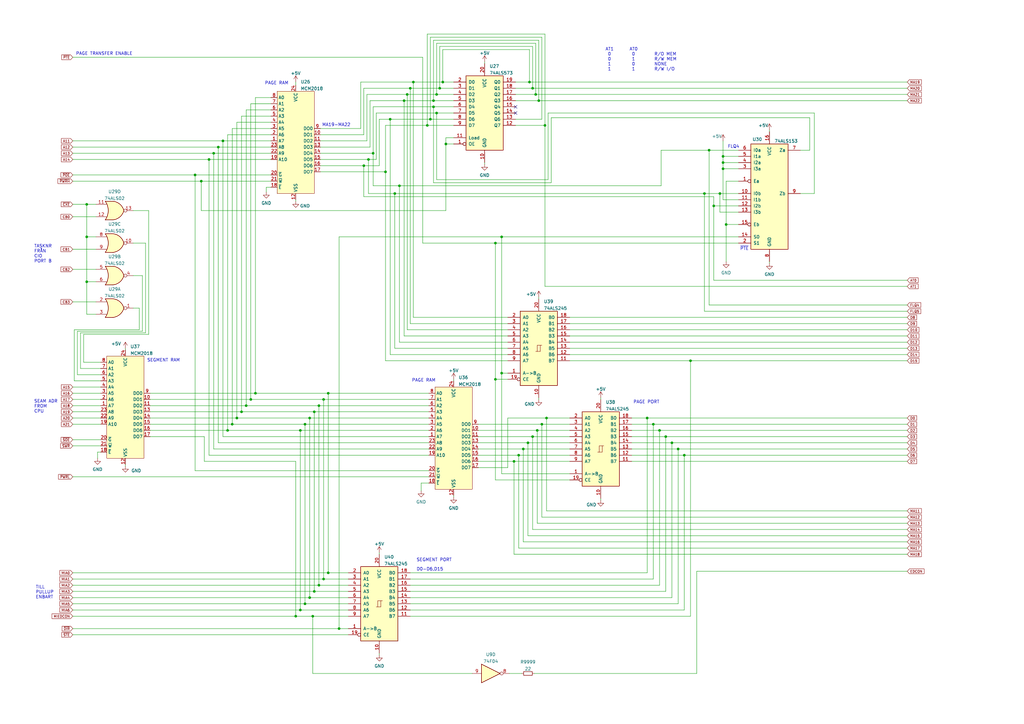
<source format=kicad_sch>
(kicad_sch (version 20211123) (generator eeschema)
  (paper "A3")
  (lib_symbols
    (symbol "74xx:74LS02" (pin_names (offset 1.016))
      (property "Reference" "U" (at 0 1.27 0))
      (property "Value" "74LS02" (at 0 -1.27 0))
      (symbol "74LS02_1_1"
        (pin output inverted (at 7.62 0 180) (length 3.81) (name "~") (number "1"))
        (pin input line (at -7.62 2.54 0) (length 4.318) (name "~") (number "2"))
        (pin input line (at -7.62 -2.54 0) (length 4.318) (name "~") (number "3"))
      )
      (symbol "74LS02_1_2"
        (pin output line (at 7.62 0 180) (length 3.81) (name "~") (number "1"))
        (pin input inverted (at -7.62 2.54 0) (length 3.81) (name "~") (number "2"))
        (pin input inverted (at -7.62 -2.54 0) (length 3.81) (name "~") (number "3"))
      )
      (symbol "74LS02_2_1"
        (pin output inverted (at 7.62 0 180) (length 3.81) (name "~") (number "4"))
        (pin input line (at -7.62 2.54 0) (length 4.318) (name "~") (number "5"))
        (pin input line (at -7.62 -2.54 0) (length 4.318) (name "~") (number "6"))
      )
      (symbol "74LS02_2_2"
        (pin output line (at 7.62 0 180) (length 3.81) (name "~") (number "4"))
        (pin input inverted (at -7.62 2.54 0) (length 3.81) (name "~") (number "5"))
        (pin input inverted (at -7.62 -2.54 0) (length 3.81) (name "~") (number "6"))
      )
      (symbol "74LS02_3_1"
        (pin output inverted (at 7.62 0 180) (length 3.81) (name "~") (number "10"))
        (pin input line (at -7.62 2.54 0) (length 4.318) (name "~") (number "8"))
        (pin input line (at -7.62 -2.54 0) (length 4.318) (name "~") (number "9"))
      )
      (symbol "74LS02_3_2"
        (pin output line (at 7.62 0 180) (length 3.81) (name "~") (number "10"))
        (pin input inverted (at -7.62 2.54 0) (length 3.81) (name "~") (number "8"))
        (pin input inverted (at -7.62 -2.54 0) (length 3.81) (name "~") (number "9"))
      )
      (symbol "74LS02_4_1"
        (pin input line (at -7.62 2.54 0) (length 4.318) (name "~") (number "11"))
        (pin input line (at -7.62 -2.54 0) (length 4.318) (name "~") (number "12"))
        (pin output inverted (at 7.62 0 180) (length 3.81) (name "~") (number "13"))
      )
      (symbol "74LS02_4_2"
        (pin input inverted (at -7.62 2.54 0) (length 3.81) (name "~") (number "11"))
        (pin input inverted (at -7.62 -2.54 0) (length 3.81) (name "~") (number "12"))
        (pin output line (at 7.62 0 180) (length 3.81) (name "~") (number "13"))
      )
      (symbol "74LS02_5_0"
        (pin power_in line (at 0 12.7 270) (length 5.08) (name "VCC") (number "14"))
        (pin power_in line (at 0 -12.7 90) (length 5.08) (name "GND") (number "7"))
      )
    )
    (symbol "74xx:74LS04"
      (property "Reference" "U" (at 0 1.27 0))
      (property "Value" "74LS04" (at 0 -1.27 0))
      (symbol "74LS04_1_0"
        (pin input line (at -7.62 0 0) (length 3.81) (name "~") (number "1"))
        (pin output inverted (at 7.62 0 180) (length 3.81) (name "~") (number "2"))
      )
      (symbol "74LS04_2_0"
        (pin input line (at -7.62 0 0) (length 3.81) (name "~") (number "3"))
        (pin output inverted (at 7.62 0 180) (length 3.81) (name "~") (number "4"))
      )
      (symbol "74LS04_3_0"
        (pin input line (at -7.62 0 0) (length 3.81) (name "~") (number "5"))
        (pin output inverted (at 7.62 0 180) (length 3.81) (name "~") (number "6"))
      )
      (symbol "74LS04_4_0"
        (pin output inverted (at 7.62 0 180) (length 3.81) (name "~") (number "8"))
        (pin input line (at -7.62 0 0) (length 3.81) (name "~") (number "9"))
      )
      (symbol "74LS04_5_0"
        (pin output inverted (at 7.62 0 180) (length 3.81) (name "~") (number "10"))
        (pin input line (at -7.62 0 0) (length 3.81) (name "~") (number "11"))
      )
      (symbol "74LS04_6_0"
        (pin output inverted (at 7.62 0 180) (length 3.81) (name "~") (number "12"))
        (pin input line (at -7.62 0 0) (length 3.81) (name "~") (number "13"))
      )
      (symbol "74LS04_7_0"
        (pin power_in line (at 0 12.7 270) (length 5.08) (name "VCC") (number "14"))
        (pin power_in line (at 0 -12.7 90) (length 5.08) (name "GND") (number "7"))
      )
    )
    (symbol "74xx:74LS153" (pin_names (offset 1.016))
      (property "Reference" "U" (at -7.62 21.59 0))
      (property "Value" "74LS153" (at -7.62 -24.13 0))
      (symbol "74LS153_1_0"
        (pin input inverted (at -12.7 5.08 0) (length 5.08) (name "Ea") (number "1"))
        (pin input line (at -12.7 0 0) (length 5.08) (name "I0b") (number "10"))
        (pin input line (at -12.7 -2.54 0) (length 5.08) (name "I1b") (number "11"))
        (pin input line (at -12.7 -5.08 0) (length 5.08) (name "I2b") (number "12"))
        (pin input line (at -12.7 -7.62 0) (length 5.08) (name "I3b") (number "13"))
        (pin input line (at -12.7 -17.78 0) (length 5.08) (name "S0") (number "14"))
        (pin input inverted (at -12.7 -12.7 0) (length 5.08) (name "Eb") (number "15"))
        (pin power_in line (at 0 25.4 270) (length 5.08) (name "VCC") (number "16"))
        (pin input line (at -12.7 -20.32 0) (length 5.08) (name "S1") (number "2"))
        (pin input line (at -12.7 10.16 0) (length 5.08) (name "I3a") (number "3"))
        (pin input line (at -12.7 12.7 0) (length 5.08) (name "I2a") (number "4"))
        (pin input line (at -12.7 15.24 0) (length 5.08) (name "I1a") (number "5"))
        (pin input line (at -12.7 17.78 0) (length 5.08) (name "I0a") (number "6"))
        (pin output line (at 12.7 17.78 180) (length 5.08) (name "Za") (number "7"))
        (pin power_in line (at 0 -27.94 90) (length 5.08) (name "GND") (number "8"))
        (pin output line (at 12.7 0 180) (length 5.08) (name "Zb") (number "9"))
      )
    )
    (symbol "74xx:74LS245" (pin_names (offset 1.016))
      (property "Reference" "U" (at -7.62 16.51 0))
      (property "Value" "74LS245" (at -7.62 -16.51 0))
      (symbol "74LS245_1_0"
        (pin input line (at -12.7 -10.16 0) (length 5.08) (name "A->B") (number "1"))
        (pin power_in line (at 0 -20.32 90) (length 5.08) (name "GND") (number "10"))
        (pin tri_state line (at 12.7 -5.08 180) (length 5.08) (name "B7") (number "11"))
        (pin tri_state line (at 12.7 -2.54 180) (length 5.08) (name "B6") (number "12"))
        (pin tri_state line (at 12.7 0 180) (length 5.08) (name "B5") (number "13"))
        (pin tri_state line (at 12.7 2.54 180) (length 5.08) (name "B4") (number "14"))
        (pin tri_state line (at 12.7 5.08 180) (length 5.08) (name "B3") (number "15"))
        (pin tri_state line (at 12.7 7.62 180) (length 5.08) (name "B2") (number "16"))
        (pin tri_state line (at 12.7 10.16 180) (length 5.08) (name "B1") (number "17"))
        (pin tri_state line (at 12.7 12.7 180) (length 5.08) (name "B0") (number "18"))
        (pin input inverted (at -12.7 -12.7 0) (length 5.08) (name "CE") (number "19"))
        (pin tri_state line (at -12.7 12.7 0) (length 5.08) (name "A0") (number "2"))
        (pin power_in line (at 0 20.32 270) (length 5.08) (name "VCC") (number "20"))
        (pin tri_state line (at -12.7 10.16 0) (length 5.08) (name "A1") (number "3"))
        (pin tri_state line (at -12.7 7.62 0) (length 5.08) (name "A2") (number "4"))
        (pin tri_state line (at -12.7 5.08 0) (length 5.08) (name "A3") (number "5"))
        (pin tri_state line (at -12.7 2.54 0) (length 5.08) (name "A4") (number "6"))
        (pin tri_state line (at -12.7 0 0) (length 5.08) (name "A5") (number "7"))
        (pin tri_state line (at -12.7 -2.54 0) (length 5.08) (name "A6") (number "8"))
        (pin tri_state line (at -12.7 -5.08 0) (length 5.08) (name "A7") (number "9"))
      )
    )
    (symbol "74xx:74LS573" (pin_names (offset 1.016))
      (property "Reference" "U" (at -7.62 16.51 0))
      (property "Value" "74LS573" (at -7.62 -16.51 0))
      (symbol "74LS573_1_0"
        (pin input inverted (at -12.7 -12.7 0) (length 5.08) (name "OE") (number "1"))
        (pin power_in line (at 0 -20.32 90) (length 5.08) (name "GND") (number "10"))
        (pin input line (at -12.7 -10.16 0) (length 5.08) (name "Load") (number "11"))
        (pin tri_state line (at 12.7 -5.08 180) (length 5.08) (name "Q7") (number "12"))
        (pin tri_state line (at 12.7 -2.54 180) (length 5.08) (name "Q6") (number "13"))
        (pin tri_state line (at 12.7 0 180) (length 5.08) (name "Q5") (number "14"))
        (pin tri_state line (at 12.7 2.54 180) (length 5.08) (name "Q4") (number "15"))
        (pin tri_state line (at 12.7 5.08 180) (length 5.08) (name "Q3") (number "16"))
        (pin tri_state line (at 12.7 7.62 180) (length 5.08) (name "Q2") (number "17"))
        (pin tri_state line (at 12.7 10.16 180) (length 5.08) (name "Q1") (number "18"))
        (pin tri_state line (at 12.7 12.7 180) (length 5.08) (name "Q0") (number "19"))
        (pin input line (at -12.7 12.7 0) (length 5.08) (name "D0") (number "2"))
        (pin power_in line (at 0 20.32 270) (length 5.08) (name "VCC") (number "20"))
        (pin input line (at -12.7 10.16 0) (length 5.08) (name "D1") (number "3"))
        (pin input line (at -12.7 7.62 0) (length 5.08) (name "D2") (number "4"))
        (pin input line (at -12.7 5.08 0) (length 5.08) (name "D3") (number "5"))
        (pin input line (at -12.7 2.54 0) (length 5.08) (name "D4") (number "6"))
        (pin input line (at -12.7 0 0) (length 5.08) (name "D5") (number "7"))
        (pin input line (at -12.7 -2.54 0) (length 5.08) (name "D6") (number "8"))
        (pin input line (at -12.7 -5.08 0) (length 5.08) (name "D7") (number "9"))
      )
    )
    (symbol "Device:R_Small" (pin_numbers hide) (pin_names (offset 0.254) hide)
      (property "Reference" "R" (at 0.762 0.508 0))
      (property "Value" "R_Small" (at 0.762 -1.016 0))
      (symbol "R_Small_1_1"
        (pin passive line (at 0 2.54 270) (length 0.762) (name "~") (number "1"))
        (pin passive line (at 0 -2.54 90) (length 0.762) (name "~") (number "2"))
      )
    )
    (symbol "power:+5V" (power) (pin_names (offset 0))
      (property "Value" "+5V" (at 0 3.556 0))
      (symbol "+5V_1_1"
        (pin power_in line (at 0 0 90) (length 0) hide (name "+5V") (number "1"))
      )
    )
    (symbol "power:GND" (power) (pin_names (offset 0))
      (property "Value" "GND" (at 0 -3.81 0))
      (symbol "GND_1_1"
        (pin power_in line (at 0 0 270) (length 0) hide (name "GND") (number "1"))
      )
    )
    (symbol "x37:MCM2018"
      (property "Reference" "U" (at -6.35 21.59 0))
      (property "Value" "MCM2018" (at 7.62 21.59 0))
      (symbol "MCM2018_0_0"
        (pin input line (at -10.16 -1.27 0) (length 2.54) (name "A7") (number "1"))
        (pin bidirectional line (at 10.16 1.27 180) (length 2.54) (name "DO1") (number "10"))
        (pin bidirectional line (at 10.16 -1.27 180) (length 2.54) (name "DO2") (number "11"))
        (pin power_in line (at 0 -25.4 90) (length 2.54) (name "VSS") (number "12"))
        (pin bidirectional line (at 10.16 -3.81 180) (length 2.54) (name "DO3") (number "13"))
        (pin bidirectional line (at 10.16 -6.35 180) (length 2.54) (name "DO4") (number "14"))
        (pin bidirectional line (at 10.16 -8.89 180) (length 2.54) (name "DO5") (number "15"))
        (pin bidirectional line (at 10.16 -11.43 180) (length 2.54) (name "DO6") (number "16"))
        (pin bidirectional line (at 10.16 -13.97 180) (length 2.54) (name "DO7") (number "17"))
        (pin input line (at -10.16 -20.32 0) (length 2.54) (name "~{E}") (number "18"))
        (pin input line (at -10.16 -8.89 0) (length 2.54) (name "A10") (number "19"))
        (pin input line (at -10.16 1.27 0) (length 2.54) (name "A6") (number "2"))
        (pin input line (at -10.16 -15.24 0) (length 2.54) (name "~{G}") (number "20"))
        (pin input line (at -10.16 -17.78 0) (length 2.54) (name "~{W}") (number "21"))
        (pin input line (at -10.16 -6.35 0) (length 2.54) (name "A9") (number "22"))
        (pin input line (at -10.16 -3.81 0) (length 2.54) (name "A8") (number "23"))
        (pin power_in line (at 0 21.59 270) (length 2.54) (name "VCC") (number "24"))
        (pin input line (at -10.16 3.81 0) (length 2.54) (name "A5") (number "3"))
        (pin input line (at -10.16 6.35 0) (length 2.54) (name "A4") (number "4"))
        (pin input line (at -10.16 8.89 0) (length 2.54) (name "A3") (number "5"))
        (pin input line (at -10.16 11.43 0) (length 2.54) (name "A2") (number "6"))
        (pin input line (at -10.16 13.97 0) (length 2.54) (name "A1") (number "7"))
        (pin input line (at -10.16 16.51 0) (length 2.54) (name "A0") (number "8"))
        (pin bidirectional line (at 10.16 3.81 180) (length 2.54) (name "DO0") (number "9"))
      )
    )
  )
  (junction (at 175.26 51.435))
  (junction (at 123.19 250.19))
  (junction (at 97.155 171.45))
  (junction (at 132.715 163.83))
  (junction (at 280.67 186.69))
  (junction (at 169.545 33.655))
  (junction (at 278.13 184.15))
  (junction (at 35.56 115.57))
  (junction (at 163.83 76.2))
  (junction (at 161.925 79.375))
  (junction (at 125.095 173.99))
  (junction (at 139.065 257.81))
  (junction (at 180.34 36.195))
  (junction (at 93.345 176.53))
  (junction (at 151.13 65.405))
  (junction (at 224.155 171.45))
  (junction (at 214.63 184.15))
  (junction (at 297.815 92.075))
  (junction (at 265.43 171.45))
  (junction (at 128.905 242.57))
  (junction (at 100.965 166.37))
  (junction (at 102.87 163.83))
  (junction (at 130.81 240.03))
  (junction (at 127 245.11))
  (junction (at 165.735 41.275))
  (junction (at 205.74 97.155))
  (junction (at 218.44 179.07))
  (junction (at 35.56 83.82))
  (junction (at 177.8 41.275))
  (junction (at 295.275 79.375))
  (junction (at 134.62 234.95))
  (junction (at 99.06 168.91))
  (junction (at 176.53 48.895))
  (junction (at 121.285 252.73))
  (junction (at 283.21 147.955))
  (junction (at 210.82 189.23))
  (junction (at 296.545 64.135))
  (junction (at 296.545 69.215))
  (junction (at 123.19 176.53))
  (junction (at 177.8 43.815))
  (junction (at 95.25 173.99))
  (junction (at 91.44 57.785))
  (junction (at 128.905 168.91))
  (junction (at 168.275 36.195))
  (junction (at 128.27 252.73))
  (junction (at 158.115 70.485))
  (junction (at 220.345 176.53))
  (junction (at 290.83 61.595))
  (junction (at 153.035 62.865))
  (junction (at 222.25 173.99))
  (junction (at 288.925 79.375))
  (junction (at 149.225 67.945))
  (junction (at 270.51 176.53))
  (junction (at 292.735 84.455))
  (junction (at 82.55 74.295))
  (junction (at 203.2 99.695))
  (junction (at 132.715 237.49))
  (junction (at 134.62 161.29))
  (junction (at 205.74 153.035))
  (junction (at 89.535 60.325))
  (junction (at 203.2 155.575))
  (junction (at 85.725 65.405))
  (junction (at 275.59 181.61))
  (junction (at 182.88 59.055))
  (junction (at 160.02 48.895))
  (junction (at 273.05 179.07))
  (junction (at 181.61 33.655))
  (junction (at 35.56 97.155))
  (junction (at 267.97 173.99))
  (junction (at 212.725 186.69))
  (junction (at 80.01 71.755))
  (junction (at 296.545 66.675))
  (junction (at 218.44 36.195))
  (junction (at 87.63 62.865))
  (junction (at 125.095 247.65))
  (junction (at 167.005 38.735))
  (junction (at 217.17 33.655))
  (junction (at 219.71 38.735))
  (junction (at 130.81 166.37))
  (junction (at 223.52 51.435))
  (junction (at 104.775 161.29))
  (junction (at 179.07 38.735))
  (junction (at 179.07 46.355))
  (junction (at 220.98 41.275))
  (junction (at 127 171.45))
  (junction (at 216.535 181.61))
  (no_connect (at 211.455 43.815))
  (no_connect (at 211.455 46.355))
  (wire (pts (xy 220.98 121.92) (xy 220.98 122.555)))
  (wire (pts (xy 182.88 86.36) (xy 182.88 59.055)))
  (wire (pts (xy 82.55 86.36) (xy 182.88 86.36)))
  (wire (pts (xy 83.82 189.23) (xy 83.82 179.07)))
  (wire (pts (xy 177.8 41.275) (xy 177.8 16.51)))
  (wire (pts (xy 181.61 20.32) (xy 217.17 20.32)))
  (wire (pts (xy 93.345 55.245) (xy 93.345 176.53)))
  (wire (pts (xy 259.08 184.15) (xy 278.13 184.15)))
  (wire (pts (xy 29.845 57.785) (xy 91.44 57.785)))
  (wire (pts (xy 175.26 51.435) (xy 175.26 13.97)))
  (wire (pts (xy 158.115 147.955) (xy 208.28 147.955)))
  (wire (pts (xy 121.285 189.23) (xy 83.82 189.23)))
  (wire (pts (xy 29.845 71.755) (xy 80.01 71.755)))
  (wire (pts (xy 31.75 135.89) (xy 58.42 135.89)))
  (wire (pts (xy 217.17 20.32) (xy 217.17 33.655)))
  (wire (pts (xy 125.095 173.99) (xy 175.895 173.99)))
  (wire (pts (xy 109.22 78.74) (xy 109.22 76.835)))
  (wire (pts (xy 168.275 242.57) (xy 273.05 242.57)))
  (wire (pts (xy 186.055 155.575) (xy 186.055 156.21)))
  (wire (pts (xy 160.02 145.415) (xy 160.02 48.895)))
  (wire (pts (xy 196.215 181.61) (xy 216.535 181.61)))
  (wire (pts (xy 332.105 48.26) (xy 332.105 61.595)))
  (wire (pts (xy 29.845 242.57) (xy 128.905 242.57)))
  (wire (pts (xy 160.02 48.895) (xy 176.53 48.895)))
  (wire (pts (xy 168.275 234.95) (xy 265.43 234.95)))
  (wire (pts (xy 33.02 136.525) (xy 59.69 136.525)))
  (wire (pts (xy 216.535 219.71) (xy 372.11 219.71)))
  (wire (pts (xy 267.97 173.99) (xy 372.11 173.99)))
  (wire (pts (xy 29.845 245.11) (xy 127 245.11)))
  (wire (pts (xy 131.445 62.865) (xy 153.035 62.865)))
  (wire (pts (xy 210.82 189.23) (xy 233.68 189.23)))
  (wire (pts (xy 80.01 193.04) (xy 175.895 193.04)))
  (wire (pts (xy 224.79 46.355) (xy 224.79 73.66)))
  (wire (pts (xy 220.98 41.275) (xy 372.11 41.275)))
  (wire (pts (xy 127 171.45) (xy 127 245.11)))
  (wire (pts (xy 220.98 16.51) (xy 220.98 41.275)))
  (wire (pts (xy 179.07 38.735) (xy 179.07 17.78)))
  (wire (pts (xy 151.765 41.275) (xy 165.735 41.275)))
  (wire (pts (xy 111.125 55.245) (xy 93.345 55.245)))
  (wire (pts (xy 169.545 130.175) (xy 169.545 33.655)))
  (wire (pts (xy 35.56 97.155) (xy 35.56 115.57)))
  (wire (pts (xy 219.075 276.225) (xy 285.75 276.225)))
  (wire (pts (xy 134.62 234.95) (xy 142.875 234.95)))
  (wire (pts (xy 372.11 176.53) (xy 270.51 176.53)))
  (wire (pts (xy 147.955 33.655) (xy 169.545 33.655)))
  (wire (pts (xy 29.845 195.58) (xy 175.895 195.58)))
  (wire (pts (xy 233.68 142.875) (xy 372.11 142.875)))
  (wire (pts (xy 218.44 36.195) (xy 211.455 36.195)))
  (wire (pts (xy 91.44 179.07) (xy 175.895 179.07)))
  (wire (pts (xy 29.845 180.34) (xy 41.275 180.34)))
  (wire (pts (xy 233.68 140.335) (xy 372.11 140.335)))
  (wire (pts (xy 271.145 76.2) (xy 271.145 61.595)))
  (wire (pts (xy 175.895 163.83) (xy 132.715 163.83)))
  (wire (pts (xy 196.215 173.99) (xy 222.25 173.99)))
  (wire (pts (xy 223.52 51.435) (xy 223.52 117.475)))
  (wire (pts (xy 212.725 186.69) (xy 233.68 186.69)))
  (wire (pts (xy 216.535 181.61) (xy 216.535 219.71)))
  (wire (pts (xy 177.8 74.93) (xy 226.06 74.93)))
  (wire (pts (xy 203.2 99.695) (xy 302.895 99.695)))
  (wire (pts (xy 214.63 184.15) (xy 214.63 222.25)))
  (wire (pts (xy 57.15 126.365) (xy 57.15 135.255)))
  (wire (pts (xy 29.845 182.88) (xy 41.275 182.88)))
  (wire (pts (xy 104.775 40.005) (xy 104.775 161.29)))
  (wire (pts (xy 290.83 125.095) (xy 290.83 61.595)))
  (wire (pts (xy 131.445 52.705) (xy 147.955 52.705)))
  (wire (pts (xy 29.845 102.235) (xy 39.37 102.235)))
  (wire (pts (xy 149.225 67.945) (xy 155.575 67.945)))
  (wire (pts (xy 29.845 163.83) (xy 41.275 163.83)))
  (wire (pts (xy 158.115 70.485) (xy 158.115 147.955)))
  (wire (pts (xy 51.435 142.875) (xy 51.435 143.51)))
  (wire (pts (xy 220.98 41.275) (xy 211.455 41.275)))
  (wire (pts (xy 102.87 163.83) (xy 132.715 163.83)))
  (wire (pts (xy 150.495 57.785) (xy 150.495 38.735)))
  (wire (pts (xy 167.005 135.255) (xy 208.28 135.255)))
  (wire (pts (xy 151.13 79.375) (xy 161.925 79.375)))
  (wire (pts (xy 29.845 168.91) (xy 41.275 168.91)))
  (wire (pts (xy 210.82 189.23) (xy 210.82 227.33)))
  (wire (pts (xy 302.895 74.295) (xy 297.815 74.295)))
  (wire (pts (xy 203.2 99.695) (xy 203.2 155.575)))
  (wire (pts (xy 296.545 81.915) (xy 302.895 81.915)))
  (wire (pts (xy 302.895 86.995) (xy 295.275 86.995)))
  (wire (pts (xy 233.68 130.175) (xy 372.11 130.175)))
  (wire (pts (xy 288.925 127.635) (xy 372.11 127.635)))
  (wire (pts (xy 89.535 60.325) (xy 89.535 181.61)))
  (wire (pts (xy 372.11 181.61) (xy 275.59 181.61)))
  (wire (pts (xy 35.56 83.82) (xy 39.37 83.82)))
  (wire (pts (xy 61.595 168.91) (xy 99.06 168.91)))
  (wire (pts (xy 34.29 137.16) (xy 60.96 137.16)))
  (wire (pts (xy 155.575 67.945) (xy 155.575 48.895)))
  (wire (pts (xy 181.61 20.32) (xy 181.61 33.655)))
  (wire (pts (xy 29.845 240.03) (xy 130.81 240.03)))
  (wire (pts (xy 219.71 38.735) (xy 372.11 38.735)))
  (wire (pts (xy 85.725 186.69) (xy 175.895 186.69)))
  (wire (pts (xy 265.43 234.95) (xy 265.43 171.45)))
  (wire (pts (xy 128.27 252.73) (xy 128.27 276.225)))
  (wire (pts (xy 292.735 80.645) (xy 292.735 84.455)))
  (wire (pts (xy 212.725 186.69) (xy 212.725 224.79)))
  (wire (pts (xy 175.26 51.435) (xy 186.055 51.435)))
  (wire (pts (xy 334.01 46.355) (xy 224.79 46.355)))
  (wire (pts (xy 163.83 76.2) (xy 271.145 76.2)))
  (wire (pts (xy 131.445 55.245) (xy 149.225 55.245)))
  (wire (pts (xy 296.545 57.785) (xy 296.545 64.135)))
  (wire (pts (xy 273.05 179.07) (xy 372.11 179.07)))
  (wire (pts (xy 85.725 65.405) (xy 111.125 65.405)))
  (wire (pts (xy 182.88 56.515) (xy 182.88 59.055)))
  (wire (pts (xy 30.48 135.255) (xy 30.48 156.21)))
  (wire (pts (xy 296.545 81.915) (xy 296.545 69.215)))
  (wire (pts (xy 288.925 79.375) (xy 295.275 79.375)))
  (wire (pts (xy 295.275 79.375) (xy 302.895 79.375)))
  (wire (pts (xy 111.125 40.005) (xy 104.775 40.005)))
  (wire (pts (xy 328.295 61.595) (xy 332.105 61.595)))
  (wire (pts (xy 259.08 179.07) (xy 273.05 179.07)))
  (wire (pts (xy 218.44 36.195) (xy 372.11 36.195)))
  (wire (pts (xy 29.845 161.29) (xy 41.275 161.29)))
  (wire (pts (xy 29.845 247.65) (xy 125.095 247.65)))
  (wire (pts (xy 334.01 79.375) (xy 334.01 46.355)))
  (wire (pts (xy 161.925 142.875) (xy 208.28 142.875)))
  (wire (pts (xy 179.07 46.355) (xy 186.055 46.355)))
  (wire (pts (xy 214.63 184.15) (xy 233.68 184.15)))
  (wire (pts (xy 61.595 173.99) (xy 95.25 173.99)))
  (wire (pts (xy 172.72 198.12) (xy 175.895 198.12)))
  (wire (pts (xy 127 171.45) (xy 175.895 171.45)))
  (wire (pts (xy 168.275 36.195) (xy 180.34 36.195)))
  (wire (pts (xy 35.56 97.155) (xy 39.37 97.155)))
  (wire (pts (xy 41.275 153.67) (xy 31.75 153.67)))
  (wire (pts (xy 123.19 176.53) (xy 175.895 176.53)))
  (wire (pts (xy 134.62 234.95) (xy 29.845 234.95)))
  (wire (pts (xy 173.355 99.695) (xy 203.2 99.695)))
  (wire (pts (xy 285.75 276.225) (xy 285.75 234.315)))
  (wire (pts (xy 87.63 62.865) (xy 87.63 184.15)))
  (wire (pts (xy 295.275 86.995) (xy 295.275 79.375)))
  (wire (pts (xy 61.595 166.37) (xy 100.965 166.37)))
  (wire (pts (xy 233.68 145.415) (xy 372.11 145.415)))
  (wire (pts (xy 95.25 52.705) (xy 95.25 173.99)))
  (wire (pts (xy 273.05 242.57) (xy 273.05 179.07)))
  (wire (pts (xy 246.38 204.47) (xy 246.38 205.105)))
  (wire (pts (xy 278.13 184.15) (xy 278.13 247.65)))
  (wire (pts (xy 131.445 60.325) (xy 151.765 60.325)))
  (wire (pts (xy 128.905 168.91) (xy 128.905 242.57)))
  (wire (pts (xy 205.74 97.155) (xy 302.895 97.155)))
  (wire (pts (xy 233.68 135.255) (xy 372.11 135.255)))
  (wire (pts (xy 167.005 38.735) (xy 167.005 135.255)))
  (wire (pts (xy 131.445 65.405) (xy 151.13 65.405)))
  (wire (pts (xy 111.125 50.165) (xy 97.155 50.165)))
  (wire (pts (xy 220.345 176.53) (xy 220.345 214.63)))
  (wire (pts (xy 33.02 151.13) (xy 41.275 151.13)))
  (wire (pts (xy 89.535 60.325) (xy 111.125 60.325)))
  (wire (pts (xy 121.285 33.655) (xy 121.285 34.925)))
  (wire (pts (xy 265.43 171.45) (xy 372.11 171.45)))
  (wire (pts (xy 267.97 237.49) (xy 267.97 173.99)))
  (wire (pts (xy 259.08 171.45) (xy 265.43 171.45)))
  (wire (pts (xy 224.155 171.45) (xy 224.155 209.55)))
  (wire (pts (xy 161.925 79.375) (xy 288.925 79.375)))
  (wire (pts (xy 150.495 38.735) (xy 167.005 38.735)))
  (wire (pts (xy 218.44 217.17) (xy 372.11 217.17)))
  (wire (pts (xy 177.8 43.815) (xy 177.8 74.93)))
  (wire (pts (xy 233.68 132.715) (xy 372.11 132.715)))
  (wire (pts (xy 134.62 161.29) (xy 134.62 234.95)))
  (wire (pts (xy 297.815 92.075) (xy 297.815 107.315)))
  (wire (pts (xy 205.74 194.31) (xy 233.68 194.31)))
  (wire (pts (xy 175.26 13.97) (xy 223.52 13.97)))
  (wire (pts (xy 179.07 17.78) (xy 219.71 17.78)))
  (wire (pts (xy 155.575 267.97) (xy 155.575 268.605)))
  (wire (pts (xy 196.215 184.15) (xy 214.63 184.15)))
  (wire (pts (xy 297.815 74.295) (xy 297.815 92.075)))
  (wire (pts (xy 31.75 153.67) (xy 31.75 135.89)))
  (wire (pts (xy 29.845 74.295) (xy 82.55 74.295)))
  (wire (pts (xy 168.275 245.11) (xy 275.59 245.11)))
  (wire (pts (xy 163.83 76.2) (xy 163.83 140.335)))
  (wire (pts (xy 173.355 23.495) (xy 173.355 99.695)))
  (wire (pts (xy 29.845 237.49) (xy 132.715 237.49)))
  (wire (pts (xy 226.06 74.93) (xy 226.06 48.26)))
  (wire (pts (xy 131.445 57.785) (xy 150.495 57.785)))
  (wire (pts (xy 328.295 79.375) (xy 334.01 79.375)))
  (wire (pts (xy 168.275 237.49) (xy 267.97 237.49)))
  (wire (pts (xy 205.74 97.155) (xy 205.74 153.035)))
  (wire (pts (xy 142.875 252.73) (xy 128.27 252.73)))
  (wire (pts (xy 104.775 161.29) (xy 134.62 161.29)))
  (wire (pts (xy 259.08 176.53) (xy 270.51 176.53)))
  (wire (pts (xy 61.595 161.29) (xy 104.775 161.29)))
  (wire (pts (xy 111.125 47.625) (xy 99.06 47.625)))
  (wire (pts (xy 296.545 66.675) (xy 302.895 66.675)))
  (wire (pts (xy 160.02 145.415) (xy 208.28 145.415)))
  (wire (pts (xy 154.305 46.355) (xy 179.07 46.355)))
  (wire (pts (xy 292.735 80.645) (xy 149.225 80.645)))
  (wire (pts (xy 85.725 186.69) (xy 85.725 65.405)))
  (wire (pts (xy 111.125 42.545) (xy 102.87 42.545)))
  (wire (pts (xy 121.285 252.73) (xy 121.285 189.23)))
  (wire (pts (xy 290.83 61.595) (xy 302.895 61.595)))
  (wire (pts (xy 176.53 15.24) (xy 222.25 15.24)))
  (wire (pts (xy 127 245.11) (xy 142.875 245.11)))
  (wire (pts (xy 128.905 168.91) (xy 175.895 168.91)))
  (wire (pts (xy 176.53 48.895) (xy 186.055 48.895)))
  (wire (pts (xy 168.275 36.195) (xy 168.275 132.715)))
  (wire (pts (xy 139.065 257.81) (xy 29.845 257.81)))
  (wire (pts (xy 87.63 62.865) (xy 111.125 62.865)))
  (wire (pts (xy 35.56 115.57) (xy 35.56 128.905)))
  (wire (pts (xy 100.965 166.37) (xy 130.81 166.37)))
  (wire (pts (xy 158.115 51.435) (xy 158.115 70.485)))
  (wire (pts (xy 196.215 179.07) (xy 218.44 179.07)))
  (wire (pts (xy 149.225 36.195) (xy 168.275 36.195)))
  (wire (pts (xy 29.845 110.49) (xy 39.37 110.49)))
  (wire (pts (xy 315.595 107.315) (xy 315.595 107.95)))
  (wire (pts (xy 29.845 60.325) (xy 89.535 60.325)))
  (wire (pts (xy 121.285 81.915) (xy 121.285 82.55)))
  (wire (pts (xy 82.55 74.295) (xy 82.55 86.36)))
  (wire (pts (xy 165.735 41.275) (xy 177.8 41.275)))
  (wire (pts (xy 60.96 137.16) (xy 60.96 86.36)))
  (wire (pts (xy 167.005 38.735) (xy 179.07 38.735)))
  (wire (pts (xy 35.56 83.82) (xy 35.56 97.155)))
  (wire (pts (xy 29.845 173.99) (xy 41.275 173.99)))
  (wire (pts (xy 111.125 45.085) (xy 100.965 45.085)))
  (wire (pts (xy 61.595 163.83) (xy 102.87 163.83)))
  (wire (pts (xy 211.455 38.735) (xy 219.71 38.735)))
  (wire (pts (xy 168.275 132.715) (xy 208.28 132.715)))
  (wire (pts (xy 134.62 161.29) (xy 175.895 161.29)))
  (wire (pts (xy 259.08 173.99) (xy 267.97 173.99)))
  (wire (pts (xy 208.28 191.77) (xy 208.28 171.45)))
  (wire (pts (xy 128.905 168.91) (xy 99.06 168.91)))
  (wire (pts (xy 60.96 86.36) (xy 54.61 86.36)))
  (wire (pts (xy 180.34 19.05) (xy 218.44 19.05)))
  (wire (pts (xy 203.2 155.575) (xy 203.2 196.85)))
  (wire (pts (xy 80.01 71.755) (xy 111.125 71.755)))
  (wire (pts (xy 29.845 23.495) (xy 173.355 23.495)))
  (wire (pts (xy 280.67 250.19) (xy 280.67 186.69)))
  (wire (pts (xy 224.155 171.45) (xy 233.68 171.45)))
  (wire (pts (xy 292.735 84.455) (xy 292.735 114.935)))
  (wire (pts (xy 290.83 125.095) (xy 372.11 125.095)))
  (wire (pts (xy 196.215 186.69) (xy 212.725 186.69)))
  (wire (pts (xy 180.34 36.195) (xy 186.055 36.195)))
  (wire (pts (xy 271.145 61.595) (xy 290.83 61.595)))
  (wire (pts (xy 33.02 136.525) (xy 33.02 151.13)))
  (wire (pts (xy 278.13 247.65) (xy 168.275 247.65)))
  (wire (pts (xy 161.925 79.375) (xy 161.925 142.875)))
  (wire (pts (xy 219.71 17.78) (xy 219.71 38.735)))
  (wire (pts (xy 29.845 250.19) (xy 123.19 250.19)))
  (wire (pts (xy 29.845 123.825) (xy 39.37 123.825)))
  (wire (pts (xy 186.055 203.2) (xy 186.055 203.835)))
  (wire (pts (xy 151.13 65.405) (xy 154.305 65.405)))
  (wire (pts (xy 153.035 76.2) (xy 163.83 76.2)))
  (wire (pts (xy 80.01 71.755) (xy 80.01 193.04)))
  (wire (pts (xy 275.59 181.61) (xy 275.59 245.11)))
  (wire (pts (xy 99.06 168.91) (xy 99.06 47.625)))
  (wire (pts (xy 177.8 43.815) (xy 186.055 43.815)))
  (wire (pts (xy 223.52 117.475) (xy 372.11 117.475)))
  (wire (pts (xy 179.07 73.66) (xy 224.79 73.66)))
  (wire (pts (xy 29.845 166.37) (xy 41.275 166.37)))
  (wire (pts (xy 186.055 56.515) (xy 182.88 56.515)))
  (wire (pts (xy 59.69 99.695) (xy 59.69 136.525)))
  (wire (pts (xy 168.275 252.73) (xy 283.21 252.73)))
  (wire (pts (xy 91.44 179.07) (xy 91.44 57.785)))
  (wire (pts (xy 35.56 128.905) (xy 39.37 128.905)))
  (wire (pts (xy 40.005 185.42) (xy 41.275 185.42)))
  (wire (pts (xy 61.595 176.53) (xy 93.345 176.53)))
  (wire (pts (xy 139.065 97.155) (xy 139.065 257.81)))
  (wire (pts (xy 259.08 189.23) (xy 372.11 189.23)))
  (wire (pts (xy 210.82 227.33) (xy 372.11 227.33)))
  (wire (pts (xy 208.28 171.45) (xy 224.155 171.45)))
  (wire (pts (xy 270.51 176.53) (xy 270.51 240.03)))
  (wire (pts (xy 177.8 16.51) (xy 220.98 16.51)))
  (wire (pts (xy 222.25 212.09) (xy 372.11 212.09)))
  (wire (pts (xy 54.61 99.695) (xy 59.69 99.695)))
  (wire (pts (xy 97.155 50.165) (xy 97.155 171.45)))
  (wire (pts (xy 130.81 240.03) (xy 142.875 240.03)))
  (wire (pts (xy 97.155 171.45) (xy 127 171.45)))
  (wire (pts (xy 315.595 53.34) (xy 315.595 53.975)))
  (wire (pts (xy 131.445 67.945) (xy 149.225 67.945)))
  (wire (pts (xy 372.11 114.935) (xy 292.735 114.935)))
  (wire (pts (xy 128.27 276.225) (xy 193.675 276.225)))
  (wire (pts (xy 130.81 166.37) (xy 175.895 166.37)))
  (wire (pts (xy 123.19 176.53) (xy 93.345 176.53)))
  (wire (pts (xy 132.715 163.83) (xy 132.715 237.49)))
  (wire (pts (xy 218.44 179.07) (xy 218.44 217.17)))
  (wire (pts (xy 125.095 173.99) (xy 125.095 247.65)))
  (wire (pts (xy 296.545 64.135) (xy 296.545 66.675)))
  (wire (pts (xy 29.845 83.82) (xy 35.56 83.82)))
  (wire (pts (xy 182.88 59.055) (xy 186.055 59.055)))
  (wire (pts (xy 181.61 33.655) (xy 186.055 33.655)))
  (wire (pts (xy 147.955 52.705) (xy 147.955 33.655)))
  (wire (pts (xy 57.15 135.255) (xy 30.48 135.255)))
  (wire (pts (xy 29.845 65.405) (xy 85.725 65.405)))
  (wire (pts (xy 139.065 97.155) (xy 205.74 97.155)))
  (wire (pts (xy 151.13 65.405) (xy 151.13 79.375)))
  (wire (pts (xy 259.08 186.69) (xy 280.67 186.69)))
  (wire (pts (xy 30.48 156.21) (xy 41.275 156.21)))
  (wire (pts (xy 288.925 127.635) (xy 288.925 79.375)))
  (wire (pts (xy 61.595 171.45) (xy 97.155 171.45)))
  (wire (pts (xy 89.535 181.61) (xy 175.895 181.61)))
  (wire (pts (xy 58.42 113.03) (xy 54.61 113.03)))
  (wire (pts (xy 292.735 84.455) (xy 302.895 84.455)))
  (wire (pts (xy 100.965 45.085) (xy 100.965 166.37)))
  (wire (pts (xy 149.225 55.245) (xy 149.225 36.195)))
  (wire (pts (xy 123.19 176.53) (xy 123.19 250.19)))
  (wire (pts (xy 222.25 48.895) (xy 211.455 48.895)))
  (wire (pts (xy 151.765 60.325) (xy 151.765 41.275)))
  (wire (pts (xy 130.81 166.37) (xy 130.81 240.03)))
  (wire (pts (xy 169.545 33.655) (xy 181.61 33.655)))
  (wire (pts (xy 40.005 187.96) (xy 40.005 185.42)))
  (wire (pts (xy 296.545 66.675) (xy 296.545 69.215)))
  (wire (pts (xy 83.82 179.07) (xy 61.595 179.07)))
  (wire (pts (xy 102.87 42.545) (xy 102.87 163.83)))
  (wire (pts (xy 165.735 137.795) (xy 208.28 137.795)))
  (wire (pts (xy 302.895 92.075) (xy 297.815 92.075)))
  (wire (pts (xy 153.035 62.865) (xy 153.035 76.2)))
  (wire (pts (xy 217.17 33.655) (xy 211.455 33.655)))
  (wire (pts (xy 222.25 173.99) (xy 222.25 212.09)))
  (wire (pts (xy 278.13 184.15) (xy 372.11 184.15)))
  (wire (pts (xy 196.215 189.23) (xy 210.82 189.23)))
  (wire (pts (xy 128.905 242.57) (xy 142.875 242.57)))
  (wire (pts (xy 259.08 181.61) (xy 275.59 181.61)))
  (wire (pts (xy 131.445 70.485) (xy 158.115 70.485)))
  (wire (pts (xy 214.63 222.25) (xy 372.11 222.25)))
  (wire (pts (xy 29.845 62.865) (xy 87.63 62.865)))
  (wire (pts (xy 180.34 36.195) (xy 180.34 19.05)))
  (wire (pts (xy 82.55 74.295) (xy 111.125 74.295)))
  (wire (pts (xy 216.535 181.61) (xy 233.68 181.61)))
  (wire (pts (xy 139.065 257.81) (xy 142.875 257.81)))
  (wire (pts (xy 154.305 65.405) (xy 154.305 46.355)))
  (wire (pts (xy 163.83 140.335) (xy 208.28 140.335)))
  (wire (pts (xy 29.845 88.9) (xy 39.37 88.9)))
  (wire (pts (xy 196.215 176.53) (xy 220.345 176.53)))
  (wire (pts (xy 177.8 41.275) (xy 186.055 41.275)))
  (wire (pts (xy 91.44 57.785) (xy 111.125 57.785)))
  (wire (pts (xy 29.845 260.35) (xy 142.875 260.35)))
  (wire (pts (xy 246.38 163.195) (xy 246.38 163.83)))
  (wire (pts (xy 155.575 48.895) (xy 160.02 48.895)))
  (wire (pts (xy 176.53 15.24) (xy 176.53 48.895)))
  (wire (pts (xy 226.06 48.26) (xy 332.105 48.26)))
  (wire (pts (xy 224.155 209.55) (xy 372.11 209.55)))
  (wire (pts (xy 220.98 163.195) (xy 220.98 163.83)))
  (wire (pts (xy 153.035 43.815) (xy 177.8 43.815)))
  (wire (pts (xy 296.545 69.215) (xy 302.895 69.215)))
  (wire (pts (xy 58.42 135.89) (xy 58.42 113.03)))
  (wire (pts (xy 218.44 179.07) (xy 233.68 179.07)))
  (wire (pts (xy 233.68 137.795) (xy 372.11 137.795)))
  (wire (pts (xy 220.345 214.63) (xy 372.11 214.63)))
  (wire (pts (xy 217.17 33.655) (xy 372.11 33.655)))
  (wire (pts (xy 283.21 252.73) (xy 283.21 147.955)))
  (wire (pts (xy 212.725 224.79) (xy 372.11 224.79)))
  (wire (pts (xy 220.345 176.53) (xy 233.68 176.53)))
  (wire (pts (xy 158.115 51.435) (xy 175.26 51.435)))
  (wire (pts (xy 95.25 52.705) (xy 111.125 52.705)))
  (wire (pts (xy 169.545 130.175) (xy 208.28 130.175)))
  (wire (pts (xy 172.72 201.295) (xy 172.72 198.12)))
  (wire (pts (xy 208.28 153.035) (xy 205.74 153.035)))
  (wire (pts (xy 153.035 62.865) (xy 153.035 43.815)))
  (wire (pts (xy 29.845 158.75) (xy 41.275 158.75)))
  (wire (pts (xy 34.29 148.59) (xy 34.29 137.16)))
  (wire (pts (xy 198.755 25.4) (xy 198.755 26.035)))
  (wire (pts (xy 203.2 196.85) (xy 233.68 196.85)))
  (wire (pts (xy 222.25 173.99) (xy 233.68 173.99)))
  (wire (pts (xy 165.735 41.275) (xy 165.735 137.795)))
  (wire (pts (xy 87.63 184.15) (xy 175.895 184.15)))
  (wire (pts (xy 203.2 155.575) (xy 208.28 155.575)))
  (wire (pts (xy 233.68 147.955) (xy 283.21 147.955)))
  (wire (pts (xy 41.275 148.59) (xy 34.29 148.59)))
  (wire (pts (xy 222.25 15.24) (xy 222.25 48.895)))
  (wire (pts (xy 168.275 250.19) (xy 280.67 250.19)))
  (wire (pts (xy 198.755 66.675) (xy 198.755 67.31)))
  (wire (pts (xy 302.895 64.135) (xy 296.545 64.135)))
  (wire (pts (xy 128.27 252.73) (xy 121.285 252.73)))
  (wire (pts (xy 218.44 19.05) (xy 218.44 36.195)))
  (wire (pts (xy 95.25 173.99) (xy 125.095 173.99)))
  (wire (pts (xy 125.095 247.65) (xy 142.875 247.65)))
  (wire (pts (xy 283.21 147.955) (xy 372.11 147.955)))
  (wire (pts (xy 132.715 237.49) (xy 142.875 237.49)))
  (wire (pts (xy 29.845 252.73) (xy 121.285 252.73)))
  (wire (pts (xy 109.22 76.835) (xy 111.125 76.835)))
  (wire (pts (xy 35.56 115.57) (xy 39.37 115.57)))
  (wire (pts (xy 208.915 276.225) (xy 213.995 276.225)))
  (wire (pts (xy 168.275 240.03) (xy 270.51 240.03)))
  (wire (pts (xy 155.575 226.695) (xy 155.575 227.33)))
  (wire (pts (xy 280.67 186.69) (xy 372.11 186.69)))
  (wire (pts (xy 205.74 153.035) (xy 205.74 194.31)))
  (wire (pts (xy 285.75 234.315) (xy 372.11 234.315)))
  (wire (pts (xy 196.215 191.77) (xy 208.28 191.77)))
  (wire (pts (xy 123.19 250.19) (xy 142.875 250.19)))
  (wire (pts (xy 179.07 38.735) (xy 186.055 38.735)))
  (wire (pts (xy 51.435 190.5) (xy 51.435 191.135)))
  (wire (pts (xy 54.61 126.365) (xy 57.15 126.365)))
  (wire (pts (xy 29.845 171.45) (xy 41.275 171.45)))
  (wire (pts (xy 223.52 51.435) (xy 211.455 51.435)))
  (wire (pts (xy 179.07 46.355) (xy 179.07 73.66)))
  (wire (pts (xy 223.52 13.97) (xy 223.52 51.435)))
  (wire (pts (xy 149.225 80.645) (xy 149.225 67.945)))
  (text "MA19-MA22" (at 132.08 52.07 0) (effects (font (size 1.27 1.27)) (justify left bottom)))
  (text "TASKNR\nFRÅN\nCIO\nPORT B" (at 13.97 107.95 0) (effects (font (size 1.27 1.27)) (justify left bottom)))
  (text "FLQ4" (at 298.45 60.96 0) (effects (font (size 1.27 1.27)) (justify left bottom)))
  (text "SEGMENT PORT" (at 170.815 230.505 0) (effects (font (size 1.27 1.27)) (justify left bottom)))
  (text "D0-D6,D15" (at 170.815 234.315 0) (effects (font (size 1.27 1.27)) (justify left bottom)))
  (text "SEGMENT RAM" (at 60.325 148.59 0) (effects (font (size 1.27 1.27)) (justify left bottom)))
  (text "PAGE PORT" (at 259.715 165.735 0) (effects (font (size 1.27 1.27)) (justify left bottom)))
  (text "PAGE RAM" (at 168.91 156.845 0) (effects (font (size 1.27 1.27)) (justify left bottom)))
  (text "~{PTE}\n" (at 303.53 102.87 0) (effects (font (size 1.27 1.27)) (justify left bottom)))
  (text "TILL\nPULLUP\nENBART" (at 14.605 245.745 0) (effects (font (size 1.27 1.27)) (justify left bottom)))
  (text "PAGE RAM" (at 108.585 34.925 0) (effects (font (size 1.27 1.27)) (justify left bottom)))
  (text "PAGE TRANSFER ENABLE" (at 31.115 22.86 0) (effects (font (size 1.27 1.27)) (justify left bottom)))
  (text "SEAM ADR\nFROM\nCPU" (at 13.97 169.545 0) (effects (font (size 1.27 1.27)) (justify left bottom)))
  (text "AT1		AT0\n 0		 0		R/O MEM\n 0		 1		R/W MEM\n 1		 0		NONE\n 1		 1 		R/W I/O" (at 248.285 29.21 0) (effects (font (size 1.27 1.27)) (justify left bottom)))
  (global_label "A13" (shape input) (at 29.845 62.865 180) (effects (font (size 1 1))) (property "Intersheet References" "${INTERSHEET_REFS}" (effects hide)))
  (global_label "MA18" (shape input) (at 372.11 227.33 0) (effects (font (size 1 1))) (property "Intersheet References" "${INTERSHEET_REFS}" (effects hide)))
  (global_label "A21" (shape input) (at 29.845 173.99 180) (effects (font (size 1 1))) (property "Intersheet References" "${INTERSHEET_REFS}" (effects hide)))
  (global_label "D8" (shape input) (at 372.11 130.175 0) (effects (font (size 1 1))) (property "Intersheet References" "${INTERSHEET_REFS}" (effects hide)))
  (global_label "D1" (shape input) (at 372.11 173.99 0) (effects (font (size 1 1))) (property "Intersheet References" "${INTERSHEET_REFS}" (effects hide)))
  (global_label "D3" (shape input) (at 372.11 179.07 0) (effects (font (size 1 1))) (property "Intersheet References" "${INTERSHEET_REFS}" (effects hide)))
  (global_label "MA11" (shape input) (at 372.11 209.55 0) (effects (font (size 1 1))) (property "Intersheet References" "${INTERSHEET_REFS}" (effects hide)))
  (global_label "A12" (shape input) (at 29.845 60.325 180) (effects (font (size 1 1))) (property "Intersheet References" "${INTERSHEET_REFS}" (effects hide)))
  (global_label "AT0" (shape input) (at 372.11 114.935 0) (effects (font (size 1 1))) (property "Intersheet References" "${INTERSHEET_REFS}" (effects hide)))
  (global_label "D12" (shape input) (at 372.11 140.335 0) (effects (font (size 1 1))) (property "Intersheet References" "${INTERSHEET_REFS}" (effects hide)))
  (global_label "CB2" (shape input) (at 29.845 110.49 180) (effects (font (size 1 1))) (property "Intersheet References" "${INTERSHEET_REFS}" (effects hide)))
  (global_label "MA15" (shape input) (at 372.11 219.71 0) (effects (font (size 1 1))) (property "Intersheet References" "${INTERSHEET_REFS}" (effects hide)))
  (global_label "~{PWRH}" (shape input) (at 29.845 74.295 180) (effects (font (size 1 1))) (property "Intersheet References" "${INTERSHEET_REFS}" (effects hide)))
  (global_label "MA12" (shape input) (at 372.11 212.09 0) (effects (font (size 1 1))) (property "Intersheet References" "${INTERSHEET_REFS}" (effects hide)))
  (global_label "A14" (shape input) (at 29.845 65.405 180) (effects (font (size 1 1))) (property "Intersheet References" "${INTERSHEET_REFS}" (effects hide)))
  (global_label "CB3" (shape input) (at 29.845 123.825 180) (effects (font (size 1 1))) (property "Intersheet References" "${INTERSHEET_REFS}" (effects hide)))
  (global_label "MIA0" (shape input) (at 29.845 234.95 180) (effects (font (size 1 1))) (property "Intersheet References" "${INTERSHEET_REFS}" (effects hide)))
  (global_label "AT1" (shape input) (at 372.11 117.475 0) (effects (font (size 1 1))) (property "Intersheet References" "${INTERSHEET_REFS}" (effects hide)))
  (global_label "D9" (shape input) (at 372.11 132.715 0) (effects (font (size 1 1))) (property "Intersheet References" "${INTERSHEET_REFS}" (effects hide)))
  (global_label "~{STE}" (shape input) (at 29.845 260.35 180) (effects (font (size 1 1))) (property "Intersheet References" "${INTERSHEET_REFS}" (effects hide)))
  (global_label "MIA4" (shape input) (at 29.845 245.11 180) (effects (font (size 1 1))) (property "Intersheet References" "${INTERSHEET_REFS}" (effects hide)))
  (global_label "MA19" (shape input) (at 372.11 33.655 0) (effects (font (size 1 1))) (property "Intersheet References" "${INTERSHEET_REFS}" (effects hide)))
  (global_label "MA22" (shape input) (at 372.11 41.275 0) (effects (font (size 1 1))) (property "Intersheet References" "${INTERSHEET_REFS}" (effects hide)))
  (global_label "MA21" (shape input) (at 372.11 38.735 0) (effects (font (size 1 1))) (property "Intersheet References" "${INTERSHEET_REFS}" (effects hide)))
  (global_label "A18" (shape input) (at 29.845 166.37 180) (effects (font (size 1 1))) (property "Intersheet References" "${INTERSHEET_REFS}" (effects hide)))
  (global_label "D7" (shape input) (at 372.11 189.23 0) (effects (font (size 1 1))) (property "Intersheet References" "${INTERSHEET_REFS}" (effects hide)))
  (global_label "MIA5" (shape input) (at 29.845 247.65 180) (effects (font (size 1 1))) (property "Intersheet References" "${INTERSHEET_REFS}" (effects hide)))
  (global_label "A19" (shape input) (at 29.845 168.91 180) (effects (font (size 1 1))) (property "Intersheet References" "${INTERSHEET_REFS}" (effects hide)))
  (global_label "D4" (shape input) (at 372.11 181.61 0) (effects (font (size 1 1))) (property "Intersheet References" "${INTERSHEET_REFS}" (effects hide)))
  (global_label "A17" (shape input) (at 29.845 163.83 180) (effects (font (size 1 1))) (property "Intersheet References" "${INTERSHEET_REFS}" (effects hide)))
  (global_label "D2" (shape input) (at 372.11 176.53 0) (effects (font (size 1 1))) (property "Intersheet References" "${INTERSHEET_REFS}" (effects hide)))
  (global_label "D6" (shape input) (at 372.11 186.69 0) (effects (font (size 1 1))) (property "Intersheet References" "${INTERSHEET_REFS}" (effects hide)))
  (global_label "D5" (shape input) (at 372.11 184.15 0) (effects (font (size 1 1))) (property "Intersheet References" "${INTERSHEET_REFS}" (effects hide)))
  (global_label "A16" (shape input) (at 29.845 161.29 180) (effects (font (size 1 1))) (property "Intersheet References" "${INTERSHEET_REFS}" (effects hide)))
  (global_label "MIA1" (shape input) (at 29.845 237.49 180) (effects (font (size 1 1))) (property "Intersheet References" "${INTERSHEET_REFS}" (effects hide)))
  (global_label "MA20" (shape input) (at 372.11 36.195 0) (effects (font (size 1 1))) (property "Intersheet References" "${INTERSHEET_REFS}" (effects hide)))
  (global_label "~{SWR}" (shape input) (at 29.845 182.88 180) (effects (font (size 1 1))) (property "Intersheet References" "${INTERSHEET_REFS}" (effects hide)))
  (global_label "~{CXE}" (shape input) (at 29.845 83.82 180) (effects (font (size 1 1))) (property "Intersheet References" "${INTERSHEET_REFS}" (effects hide)))
  (global_label "MIEDCON" (shape input) (at 29.845 252.73 180) (effects (font (size 1 1))) (property "Intersheet References" "${INTERSHEET_REFS}" (effects hide)))
  (global_label "D11" (shape input) (at 372.11 137.795 0) (effects (font (size 1 1))) (property "Intersheet References" "${INTERSHEET_REFS}" (effects hide)))
  (global_label "CB1" (shape input) (at 29.845 102.235 180) (effects (font (size 1 1))) (property "Intersheet References" "${INTERSHEET_REFS}" (effects hide)))
  (global_label "A15" (shape input) (at 29.845 158.75 180) (effects (font (size 1 1))) (property "Intersheet References" "${INTERSHEET_REFS}" (effects hide)))
  (global_label "MA13" (shape input) (at 372.11 214.63 0) (effects (font (size 1 1))) (property "Intersheet References" "${INTERSHEET_REFS}" (effects hide)))
  (global_label "MA14" (shape input) (at 372.11 217.17 0) (effects (font (size 1 1))) (property "Intersheet References" "${INTERSHEET_REFS}" (effects hide)))
  (global_label "A20" (shape input) (at 29.845 171.45 180) (effects (font (size 1 1))) (property "Intersheet References" "${INTERSHEET_REFS}" (effects hide)))
  (global_label "MA17" (shape input) (at 372.11 224.79 0) (effects (font (size 1 1))) (property "Intersheet References" "${INTERSHEET_REFS}" (effects hide)))
  (global_label "EDCON" (shape input) (at 372.11 234.315 0) (effects (font (size 1 1))) (property "Intersheet References" "${INTERSHEET_REFS}" (effects hide)))
  (global_label "~{POE}" (shape input) (at 29.845 71.755 180) (effects (font (size 1 1))) (property "Intersheet References" "${INTERSHEET_REFS}" (effects hide)))
  (global_label "D15" (shape input) (at 372.11 147.955 0) (effects (font (size 1 1))) (property "Intersheet References" "${INTERSHEET_REFS}" (effects hide)))
  (global_label "A11" (shape input) (at 29.845 57.785 180) (effects (font (size 1 1))) (property "Intersheet References" "${INTERSHEET_REFS}" (effects hide)))
  (global_label "FLQ4" (shape input) (at 372.11 125.095 0) (effects (font (size 1 1))) (property "Intersheet References" "${INTERSHEET_REFS}" (effects hide)))
  (global_label "D13" (shape input) (at 372.11 142.875 0) (effects (font (size 1 1))) (property "Intersheet References" "${INTERSHEET_REFS}" (effects hide)))
  (global_label "~{SOE}" (shape input) (at 29.845 180.34 180) (effects (font (size 1 1))) (property "Intersheet References" "${INTERSHEET_REFS}" (effects hide)))
  (global_label "MIA6" (shape input) (at 29.845 250.19 180) (effects (font (size 1 1))) (property "Intersheet References" "${INTERSHEET_REFS}" (effects hide)))
  (global_label "MIA3" (shape input) (at 29.845 242.57 180) (effects (font (size 1 1))) (property "Intersheet References" "${INTERSHEET_REFS}" (effects hide)))
  (global_label "D14" (shape input) (at 372.11 145.415 0) (effects (font (size 1 1))) (property "Intersheet References" "${INTERSHEET_REFS}" (effects hide)))
  (global_label "~{DIR}" (shape input) (at 29.845 257.81 180) (effects (font (size 1 1))) (property "Intersheet References" "${INTERSHEET_REFS}" (effects hide)))
  (global_label "MA16" (shape input) (at 372.11 222.25 0) (effects (font (size 1 1))) (property "Intersheet References" "${INTERSHEET_REFS}" (effects hide)))
  (global_label "D0" (shape input) (at 372.11 171.45 0) (effects (font (size 1 1))) (property "Intersheet References" "${INTERSHEET_REFS}" (effects hide)))
  (global_label "D10" (shape input) (at 372.11 135.255 0) (effects (font (size 1 1))) (property "Intersheet References" "${INTERSHEET_REFS}" (effects hide)))
  (global_label "FLQ5" (shape input) (at 372.11 127.635 0) (effects (font (size 1 1))) (property "Intersheet References" "${INTERSHEET_REFS}" (effects hide)))
  (global_label "MIA2" (shape input) (at 29.845 240.03 180) (effects (font (size 1 1))) (property "Intersheet References" "${INTERSHEET_REFS}" (effects hide)))
  (global_label "CB0" (shape input) (at 29.845 88.9 180) (effects (font (size 1 1))) (property "Intersheet References" "${INTERSHEET_REFS}" (effects hide)))
  (global_label "~{PWRL}" (shape input) (at 29.845 195.58 180) (effects (font (size 1 1))) (property "Intersheet References" "${INTERSHEET_REFS}" (effects hide)))
  (global_label "~{PTE}" (shape input) (at 29.845 23.495 180) (effects (font (size 1 1))) (property "Intersheet References" "${INTERSHEET_REFS}" (effects hide)))
  (symbol (lib_id "74xx:74LS245") (at 220.98 142.875 0) (unit 1)
    (property "Reference" "U39" (at 222.9994 123.6685 0) (effects (justify left)))
    (property "Value" "74ALS245" (at 222.9994 126.4436 0) (effects (justify left)))
    (property "Footprint" "Package_DIP:DIP-20_W7.62mm" (effects hide))
    (property "Datasheet" "http://www.ti.com/lit/gpn/sn74LS245" (effects hide))
  )
  (symbol (lib_id "power:GND") (at 172.72 201.295 0) (unit 1)
    (property "Reference" "#PWR0174" (effects hide))
    (property "Value" "GND" (at 172.72 205.8575 0))
  )
  (symbol (lib_id "74xx:74LS04") (at 201.295 276.225 0) (unit 4)
    (property "Reference" "U9" (at 201.295 268.4485 0))
    (property "Value" "74F04" (at 201.295 271.2236 0))
    (property "Footprint" "Package_DIP:DIP-14_W7.62mm" (effects hide))
    (property "Datasheet" "http://www.ti.com/lit/gpn/sn74LS04" (effects hide))
  )
  (symbol (lib_id "x37:MCM2018") (at 51.435 165.1 0) (unit 1)
    (property "Reference" "U37" (at 53.4544 142.1343 0) (effects (justify left)))
    (property "Value" "MCM2018" (at 53.4544 144.9094 0) (effects (justify left)))
    (property "Footprint" "Package_DIP:DIP-24_W7.62mm" (effects hide))
  )
  (symbol (lib_id "power:+5V") (at 246.38 163.195 0) (unit 1)
    (property "Reference" "#PWR0169" (effects hide))
    (property "Value" "+5V" (at 246.38 159.5905 0))
  )
  (symbol (lib_id "power:GND") (at 121.285 82.55 0) (unit 1)
    (property "Reference" "#PWR0166" (effects hide))
    (property "Value" "GND" (at 125.095 84.455 0))
  )
  (symbol (lib_id "74xx:74LS245") (at 246.38 184.15 0) (unit 1)
    (property "Reference" "U38" (at 248.3994 164.9435 0) (effects (justify left)))
    (property "Value" "74ALS245" (at 248.3994 167.7186 0) (effects (justify left)))
    (property "Footprint" "Package_DIP:DIP-20_W7.62mm" (effects hide))
    (property "Datasheet" "http://www.ti.com/lit/gpn/sn74LS245" (effects hide))
  )
  (symbol (lib_id "Device:R_Small") (at 216.535 276.225 90) (unit 1)
    (property "Reference" "R9999" (at 216.535 271.5219 90))
    (property "Value" "22" (at 216.535 274.297 90))
    (property "Footprint" "Resistor_SMD:R_0402_1005Metric" (effects hide))
  )
  (symbol (lib_id "power:+5V") (at 121.285 33.655 0) (unit 1)
    (property "Reference" "#PWR0167" (effects hide))
    (property "Value" "+5V" (at 121.285 30.0505 0))
  )
  (symbol (lib_id "power:GND") (at 198.755 67.31 0) (unit 1)
    (property "Reference" "#PWR0159" (effects hide))
    (property "Value" "GND" (at 198.755 71.8725 0))
  )
  (symbol (lib_id "74xx:74LS573") (at 198.755 46.355 0) (unit 1)
    (property "Reference" "U27" (at 200.7744 27.1485 0) (effects (justify left)))
    (property "Value" "74ALS573" (at 200.7744 29.9236 0) (effects (justify left)))
    (property "Footprint" "Package_DIP:DIP-20_W7.62mm" (effects hide))
    (property "Datasheet" "74xx/74hc573.pdf" (effects hide))
  )
  (symbol (lib_id "power:+5V") (at 198.755 25.4 0) (unit 1)
    (property "Reference" "#PWR0155" (effects hide))
    (property "Value" "+5V" (at 198.755 21.7955 0))
  )
  (symbol (lib_id "power:GND") (at 40.005 187.96 0) (unit 1)
    (property "Reference" "#PWR0163" (effects hide))
    (property "Value" "GND" (at 40.005 192.5225 0))
  )
  (symbol (lib_id "x37:MCM2018") (at 186.055 177.8 0) (unit 1)
    (property "Reference" "U36" (at 188.0744 154.8343 0) (effects (justify left)))
    (property "Value" "MCM2018" (at 188.0744 157.6094 0) (effects (justify left)))
    (property "Footprint" "Package_DIP:DIP-24_W7.62mm" (effects hide))
  )
  (symbol (lib_id "power:+5V") (at 315.595 53.34 0) (unit 1)
    (property "Reference" "#PWR0158" (effects hide))
    (property "Value" "+5V" (at 313.055 51.435 0))
  )
  (symbol (lib_id "74xx:74LS245") (at 155.575 247.65 0) (unit 1)
    (property "Reference" "U40" (at 157.5944 228.4435 0) (effects (justify left)))
    (property "Value" "74ALS245" (at 157.5944 231.2186 0) (effects (justify left)))
    (property "Footprint" "Package_DIP:DIP-20_W7.62mm" (effects hide))
    (property "Datasheet" "http://www.ti.com/lit/gpn/sn74LS245" (effects hide))
  )
  (symbol (lib_id "power:GND") (at 297.815 107.315 0) (unit 1)
    (property "Reference" "#PWR0154" (effects hide))
    (property "Value" "GND" (at 297.815 111.8775 0))
  )
  (symbol (lib_id "power:+5V") (at 296.545 57.785 0) (unit 1)
    (property "Reference" "#PWR0156" (effects hide))
    (property "Value" "+5V" (at 294.005 55.88 0))
  )
  (symbol (lib_id "power:GND") (at 51.435 191.135 0) (unit 1)
    (property "Reference" "#PWR0164" (effects hide))
    (property "Value" "GND" (at 55.88 193.04 0))
  )
  (symbol (lib_id "power:+5V") (at 186.055 155.575 0) (unit 1)
    (property "Reference" "#PWR0171" (effects hide))
    (property "Value" "+5V" (at 186.055 151.9705 0))
  )
  (symbol (lib_id "power:GND") (at 220.98 163.83 0) (unit 1)
    (property "Reference" "#PWR0173" (effects hide))
    (property "Value" "GND" (at 217.17 165.735 0))
  )
  (symbol (lib_id "power:+5V") (at 220.98 121.92 0) (unit 1)
    (property "Reference" "#PWR0160" (effects hide))
    (property "Value" "+5V" (at 217.805 120.65 0))
  )
  (symbol (lib_id "74xx:74LS02") (at 46.99 126.365 0) (unit 1)
    (property "Reference" "U29" (at 46.99 118.5885 0))
    (property "Value" "74ALS02" (at 46.99 121.3636 0))
    (property "Footprint" "Package_DIP:DIP-14_W7.62mm" (effects hide))
    (property "Datasheet" "http://www.ti.com/lit/gpn/sn74ls02" (effects hide))
  )
  (symbol (lib_id "74xx:74LS02") (at 46.99 86.36 0) (unit 4)
    (property "Reference" "U29" (at 46.99 78.5835 0))
    (property "Value" "74ALS02" (at 46.99 81.3586 0))
    (property "Footprint" "Package_DIP:DIP-14_W7.62mm" (effects hide))
    (property "Datasheet" "http://www.ti.com/lit/gpn/sn74ls02" (effects hide))
  )
  (symbol (lib_id "power:GND") (at 246.38 205.105 0) (unit 1)
    (property "Reference" "#PWR0170" (effects hide))
    (property "Value" "GND" (at 242.57 207.01 0))
  )
  (symbol (lib_id "power:GND") (at 315.595 107.95 0) (unit 1)
    (property "Reference" "#PWR0157" (effects hide))
    (property "Value" "GND" (at 315.595 112.5125 0))
  )
  (symbol (lib_id "power:GND") (at 186.055 203.835 0) (unit 1)
    (property "Reference" "#PWR0172" (effects hide))
    (property "Value" "GND" (at 186.055 208.3975 0))
  )
  (symbol (lib_id "x37:MCM2018") (at 121.285 56.515 0) (unit 1)
    (property "Reference" "U26" (at 123.3044 33.5493 0) (effects (justify left)))
    (property "Value" "MCM2018" (at 123.3044 36.3244 0) (effects (justify left)))
    (property "Footprint" "Package_DIP:DIP-24_W7.62mm" (effects hide))
  )
  (symbol (lib_id "74xx:74LS153") (at 315.595 79.375 0) (unit 1)
    (property "Reference" "U30" (at 308.61 57.15 0) (effects (justify left)))
    (property "Value" "74ALS153" (at 317.6144 57.8636 0) (effects (justify left)))
    (property "Footprint" "Package_DIP:DIP-16_W7.62mm" (effects hide))
    (property "Datasheet" "http://www.ti.com/lit/gpn/sn74LS153" (effects hide))
  )
  (symbol (lib_id "74xx:74LS02") (at 46.99 113.03 0) (unit 2)
    (property "Reference" "U29" (at 46.99 105.2535 0))
    (property "Value" "74ALS02" (at 46.99 108.0286 0))
    (property "Footprint" "Package_DIP:DIP-14_W7.62mm" (effects hide))
    (property "Datasheet" "http://www.ti.com/lit/gpn/sn74ls02" (effects hide))
  )
  (symbol (lib_id "power:+5V") (at 155.575 226.695 0) (unit 1)
    (property "Reference" "#PWR0162" (effects hide))
    (property "Value" "+5V" (at 155.575 223.0905 0))
  )
  (symbol (lib_id "power:GND") (at 109.22 78.74 0) (unit 1)
    (property "Reference" "#PWR0165" (effects hide))
    (property "Value" "GND" (at 109.22 83.3025 0))
  )
  (symbol (lib_id "74xx:74LS02") (at 46.99 99.695 0) (unit 3)
    (property "Reference" "U29" (at 46.99 91.9185 0))
    (property "Value" "74ALS02" (at 46.99 94.6936 0))
    (property "Footprint" "Package_DIP:DIP-14_W7.62mm" (effects hide))
    (property "Datasheet" "http://www.ti.com/lit/gpn/sn74ls02" (effects hide))
  )
  (symbol (lib_id "power:GND") (at 155.575 268.605 0) (unit 1)
    (property "Reference" "#PWR0161" (effects hide))
    (property "Value" "GND" (at 155.575 273.1675 0))
  )
  (symbol (lib_id "power:+5V") (at 51.435 142.875 0) (unit 1)
    (property "Reference" "#PWR0168" (effects hide))
    (property "Value" "+5V" (at 47.625 140.97 0))
  )
)
</source>
